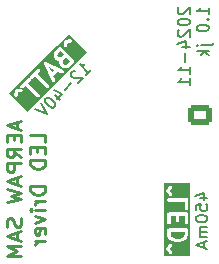
<source format=gbr>
%TF.GenerationSoftware,KiCad,Pcbnew,8.0.6*%
%TF.CreationDate,2024-11-27T15:34:58-05:00*%
%TF.ProjectId,lightboard,6c696768-7462-46f6-9172-642e6b696361,rev?*%
%TF.SameCoordinates,Original*%
%TF.FileFunction,Legend,Bot*%
%TF.FilePolarity,Positive*%
%FSLAX46Y46*%
G04 Gerber Fmt 4.6, Leading zero omitted, Abs format (unit mm)*
G04 Created by KiCad (PCBNEW 8.0.6) date 2024-11-27 15:34:58*
%MOMM*%
%LPD*%
G01*
G04 APERTURE LIST*
G04 Aperture macros list*
%AMRoundRect*
0 Rectangle with rounded corners*
0 $1 Rounding radius*
0 $2 $3 $4 $5 $6 $7 $8 $9 X,Y pos of 4 corners*
0 Add a 4 corners polygon primitive as box body*
4,1,4,$2,$3,$4,$5,$6,$7,$8,$9,$2,$3,0*
0 Add four circle primitives for the rounded corners*
1,1,$1+$1,$2,$3*
1,1,$1+$1,$4,$5*
1,1,$1+$1,$6,$7*
1,1,$1+$1,$8,$9*
0 Add four rect primitives between the rounded corners*
20,1,$1+$1,$2,$3,$4,$5,0*
20,1,$1+$1,$4,$5,$6,$7,0*
20,1,$1+$1,$6,$7,$8,$9,0*
20,1,$1+$1,$8,$9,$2,$3,0*%
%AMHorizOval*
0 Thick line with rounded ends*
0 $1 width*
0 $2 $3 position (X,Y) of the first rounded end (center of the circle)*
0 $4 $5 position (X,Y) of the second rounded end (center of the circle)*
0 Add line between two ends*
20,1,$1,$2,$3,$4,$5,0*
0 Add two circle primitives to create the rounded ends*
1,1,$1,$2,$3*
1,1,$1,$4,$5*%
G04 Aperture macros list end*
%ADD10C,0.300000*%
%ADD11C,0.187500*%
%ADD12C,0.250000*%
%ADD13RoundRect,0.250000X0.106066X-0.954594X0.954594X-0.106066X-0.106066X0.954594X-0.954594X0.106066X0*%
%ADD14HorizOval,1.700000X-0.106066X0.106066X0.106066X-0.106066X0*%
%ADD15C,3.200000*%
%ADD16RoundRect,0.250000X-0.750000X0.600000X-0.750000X-0.600000X0.750000X-0.600000X0.750000X0.600000X0*%
%ADD17O,2.000000X1.700000*%
G04 APERTURE END LIST*
D10*
G36*
X195650828Y-100315882D02*
G01*
X195598294Y-100473484D01*
X195497688Y-100574089D01*
X195391328Y-100627270D01*
X195139507Y-100690225D01*
X194962149Y-100690225D01*
X194710327Y-100627269D01*
X194603968Y-100574090D01*
X194503361Y-100473483D01*
X194450828Y-100315884D01*
X194450828Y-100133082D01*
X195650828Y-100133082D01*
X195650828Y-100315882D01*
G37*
G36*
X196117495Y-102156669D02*
G01*
X193912955Y-102156669D01*
X193912955Y-101546348D01*
X194079622Y-101546348D01*
X194080788Y-101554511D01*
X194079622Y-101562674D01*
X194084894Y-101583253D01*
X194087899Y-101604286D01*
X194092100Y-101611381D01*
X194094147Y-101619370D01*
X194109400Y-101644511D01*
X194323685Y-101930225D01*
X194343549Y-101951907D01*
X194393910Y-101981726D01*
X194451848Y-101990002D01*
X194508544Y-101975478D01*
X194555367Y-101940361D01*
X194585186Y-101889999D01*
X194593462Y-101832062D01*
X194578938Y-101775365D01*
X194563685Y-101750225D01*
X194416899Y-101554511D01*
X194563685Y-101358797D01*
X194578938Y-101333657D01*
X194593462Y-101276960D01*
X194585186Y-101219023D01*
X194555367Y-101168661D01*
X194508544Y-101133544D01*
X194451848Y-101119020D01*
X194393910Y-101127296D01*
X194343549Y-101157115D01*
X194323685Y-101178797D01*
X194109400Y-101464511D01*
X194094147Y-101489652D01*
X194092100Y-101497640D01*
X194087899Y-101504736D01*
X194084894Y-101525768D01*
X194079622Y-101546348D01*
X193912955Y-101546348D01*
X193912955Y-99983082D01*
X194150828Y-99983082D01*
X194150828Y-100340225D01*
X194152286Y-100355036D01*
X194152006Y-100358986D01*
X194153187Y-100364180D01*
X194153710Y-100369489D01*
X194155227Y-100373151D01*
X194158526Y-100387659D01*
X194229954Y-100601945D01*
X194241943Y-100628796D01*
X194245473Y-100632866D01*
X194247536Y-100637846D01*
X194266191Y-100660577D01*
X194409048Y-100803434D01*
X194420550Y-100812874D01*
X194423146Y-100815867D01*
X194427655Y-100818705D01*
X194431778Y-100822089D01*
X194435440Y-100823605D01*
X194448032Y-100831532D01*
X194590888Y-100902961D01*
X194593030Y-100903780D01*
X194593900Y-100904425D01*
X194606171Y-100908809D01*
X194618352Y-100913470D01*
X194619432Y-100913546D01*
X194621591Y-100914318D01*
X194907305Y-100985746D01*
X194912376Y-100986495D01*
X194914421Y-100987343D01*
X194925443Y-100988428D01*
X194936394Y-100990048D01*
X194938581Y-100989722D01*
X194943685Y-100990225D01*
X195157971Y-100990225D01*
X195163074Y-100989722D01*
X195165262Y-100990048D01*
X195176212Y-100988428D01*
X195187235Y-100987343D01*
X195189279Y-100986495D01*
X195194351Y-100985746D01*
X195480065Y-100914318D01*
X195482223Y-100913546D01*
X195483304Y-100913470D01*
X195495478Y-100908811D01*
X195507756Y-100904425D01*
X195508626Y-100903780D01*
X195510767Y-100902961D01*
X195653624Y-100831532D01*
X195666217Y-100823604D01*
X195669877Y-100822089D01*
X195673996Y-100818707D01*
X195678510Y-100815867D01*
X195681106Y-100812873D01*
X195692608Y-100803434D01*
X195835466Y-100660577D01*
X195854121Y-100637847D01*
X195856183Y-100632867D01*
X195859715Y-100628796D01*
X195871703Y-100601945D01*
X195943131Y-100387659D01*
X195946430Y-100373146D01*
X195947946Y-100369489D01*
X195948468Y-100364186D01*
X195949651Y-100358985D01*
X195949369Y-100355030D01*
X195950828Y-100340225D01*
X195950828Y-99983082D01*
X195947946Y-99953818D01*
X195925548Y-99899746D01*
X195884164Y-99858362D01*
X195830092Y-99835964D01*
X195800828Y-99833082D01*
X194300828Y-99833082D01*
X194271564Y-99835964D01*
X194217492Y-99858362D01*
X194176108Y-99899746D01*
X194153710Y-99953818D01*
X194150828Y-99983082D01*
X193912955Y-99983082D01*
X193912955Y-98625939D01*
X194150828Y-98625939D01*
X194150828Y-99340225D01*
X194153710Y-99369489D01*
X194176108Y-99423561D01*
X194217492Y-99464945D01*
X194271564Y-99487343D01*
X194330092Y-99487343D01*
X194384164Y-99464945D01*
X194425548Y-99423561D01*
X194447946Y-99369489D01*
X194450828Y-99340225D01*
X194450828Y-98775939D01*
X194865114Y-98775939D01*
X194865114Y-99125939D01*
X194867996Y-99155203D01*
X194890394Y-99209275D01*
X194931778Y-99250659D01*
X194985850Y-99273057D01*
X195044378Y-99273057D01*
X195098450Y-99250659D01*
X195139834Y-99209275D01*
X195162232Y-99155203D01*
X195165114Y-99125939D01*
X195165114Y-98775939D01*
X195650828Y-98775939D01*
X195650828Y-99340225D01*
X195653710Y-99369489D01*
X195676108Y-99423561D01*
X195717492Y-99464945D01*
X195771564Y-99487343D01*
X195830092Y-99487343D01*
X195884164Y-99464945D01*
X195925548Y-99423561D01*
X195947946Y-99369489D01*
X195950828Y-99340225D01*
X195950828Y-98625939D01*
X195947946Y-98596675D01*
X195925548Y-98542603D01*
X195884164Y-98501219D01*
X195830092Y-98478821D01*
X195800828Y-98475939D01*
X194300828Y-98475939D01*
X194271564Y-98478821D01*
X194217492Y-98501219D01*
X194176108Y-98542603D01*
X194153710Y-98596675D01*
X194150828Y-98625939D01*
X193912955Y-98625939D01*
X193912955Y-97382389D01*
X194153710Y-97382389D01*
X194153710Y-97440917D01*
X194176108Y-97494989D01*
X194217492Y-97536373D01*
X194271564Y-97558771D01*
X194300828Y-97561653D01*
X195650828Y-97561653D01*
X195650828Y-98125939D01*
X195653710Y-98155203D01*
X195676108Y-98209275D01*
X195717492Y-98250659D01*
X195771564Y-98273057D01*
X195830092Y-98273057D01*
X195884164Y-98250659D01*
X195925548Y-98209275D01*
X195947946Y-98155203D01*
X195950828Y-98125939D01*
X195950828Y-97411653D01*
X195947946Y-97382389D01*
X195925548Y-97328317D01*
X195884164Y-97286933D01*
X195830092Y-97264535D01*
X195800828Y-97261653D01*
X194300828Y-97261653D01*
X194271564Y-97264535D01*
X194217492Y-97286933D01*
X194176108Y-97328317D01*
X194153710Y-97382389D01*
X193912955Y-97382389D01*
X193912955Y-96617776D01*
X194079622Y-96617776D01*
X194080788Y-96625939D01*
X194079622Y-96634102D01*
X194084894Y-96654681D01*
X194087899Y-96675714D01*
X194092100Y-96682809D01*
X194094147Y-96690798D01*
X194109400Y-96715939D01*
X194323685Y-97001653D01*
X194343549Y-97023335D01*
X194393910Y-97053154D01*
X194451848Y-97061430D01*
X194508544Y-97046906D01*
X194555367Y-97011789D01*
X194585186Y-96961427D01*
X194593462Y-96903490D01*
X194578938Y-96846793D01*
X194563685Y-96821653D01*
X194416899Y-96625939D01*
X194563685Y-96430225D01*
X194578938Y-96405085D01*
X194593462Y-96348388D01*
X194585186Y-96290451D01*
X194555367Y-96240089D01*
X194508544Y-96204972D01*
X194451848Y-96190448D01*
X194393910Y-96198724D01*
X194343549Y-96228543D01*
X194323685Y-96250225D01*
X194109400Y-96535939D01*
X194094147Y-96561080D01*
X194092100Y-96569068D01*
X194087899Y-96576164D01*
X194084894Y-96597196D01*
X194079622Y-96617776D01*
X193912955Y-96617776D01*
X193912955Y-96023781D01*
X196117495Y-96023781D01*
X196117495Y-102156669D01*
G37*
D11*
X196901202Y-97290021D02*
X197567869Y-97290021D01*
X196520250Y-97051926D02*
X197234535Y-96813831D01*
X197234535Y-96813831D02*
X197234535Y-97432878D01*
X196567869Y-98290021D02*
X196567869Y-97813831D01*
X196567869Y-97813831D02*
X197044059Y-97766212D01*
X197044059Y-97766212D02*
X196996440Y-97813831D01*
X196996440Y-97813831D02*
X196948821Y-97909069D01*
X196948821Y-97909069D02*
X196948821Y-98147164D01*
X196948821Y-98147164D02*
X196996440Y-98242402D01*
X196996440Y-98242402D02*
X197044059Y-98290021D01*
X197044059Y-98290021D02*
X197139297Y-98337640D01*
X197139297Y-98337640D02*
X197377392Y-98337640D01*
X197377392Y-98337640D02*
X197472630Y-98290021D01*
X197472630Y-98290021D02*
X197520250Y-98242402D01*
X197520250Y-98242402D02*
X197567869Y-98147164D01*
X197567869Y-98147164D02*
X197567869Y-97909069D01*
X197567869Y-97909069D02*
X197520250Y-97813831D01*
X197520250Y-97813831D02*
X197472630Y-97766212D01*
X196567869Y-98956688D02*
X196567869Y-99051926D01*
X196567869Y-99051926D02*
X196615488Y-99147164D01*
X196615488Y-99147164D02*
X196663107Y-99194783D01*
X196663107Y-99194783D02*
X196758345Y-99242402D01*
X196758345Y-99242402D02*
X196948821Y-99290021D01*
X196948821Y-99290021D02*
X197186916Y-99290021D01*
X197186916Y-99290021D02*
X197377392Y-99242402D01*
X197377392Y-99242402D02*
X197472630Y-99194783D01*
X197472630Y-99194783D02*
X197520250Y-99147164D01*
X197520250Y-99147164D02*
X197567869Y-99051926D01*
X197567869Y-99051926D02*
X197567869Y-98956688D01*
X197567869Y-98956688D02*
X197520250Y-98861450D01*
X197520250Y-98861450D02*
X197472630Y-98813831D01*
X197472630Y-98813831D02*
X197377392Y-98766212D01*
X197377392Y-98766212D02*
X197186916Y-98718593D01*
X197186916Y-98718593D02*
X196948821Y-98718593D01*
X196948821Y-98718593D02*
X196758345Y-98766212D01*
X196758345Y-98766212D02*
X196663107Y-98813831D01*
X196663107Y-98813831D02*
X196615488Y-98861450D01*
X196615488Y-98861450D02*
X196567869Y-98956688D01*
X197567869Y-99718593D02*
X196901202Y-99718593D01*
X196996440Y-99718593D02*
X196948821Y-99766212D01*
X196948821Y-99766212D02*
X196901202Y-99861450D01*
X196901202Y-99861450D02*
X196901202Y-100004307D01*
X196901202Y-100004307D02*
X196948821Y-100099545D01*
X196948821Y-100099545D02*
X197044059Y-100147164D01*
X197044059Y-100147164D02*
X197567869Y-100147164D01*
X197044059Y-100147164D02*
X196948821Y-100194783D01*
X196948821Y-100194783D02*
X196901202Y-100290021D01*
X196901202Y-100290021D02*
X196901202Y-100432878D01*
X196901202Y-100432878D02*
X196948821Y-100528117D01*
X196948821Y-100528117D02*
X197044059Y-100575736D01*
X197044059Y-100575736D02*
X197567869Y-100575736D01*
X197282154Y-101004307D02*
X197282154Y-101480497D01*
X197567869Y-100909069D02*
X196567869Y-101242402D01*
X196567869Y-101242402D02*
X197567869Y-101575735D01*
X197667869Y-81709978D02*
X197667869Y-81138550D01*
X197667869Y-81424264D02*
X196667869Y-81424264D01*
X196667869Y-81424264D02*
X196810726Y-81329026D01*
X196810726Y-81329026D02*
X196905964Y-81233788D01*
X196905964Y-81233788D02*
X196953583Y-81138550D01*
X197572630Y-82138550D02*
X197620250Y-82186169D01*
X197620250Y-82186169D02*
X197667869Y-82138550D01*
X197667869Y-82138550D02*
X197620250Y-82090931D01*
X197620250Y-82090931D02*
X197572630Y-82138550D01*
X197572630Y-82138550D02*
X197667869Y-82138550D01*
X196667869Y-82805216D02*
X196667869Y-82900454D01*
X196667869Y-82900454D02*
X196715488Y-82995692D01*
X196715488Y-82995692D02*
X196763107Y-83043311D01*
X196763107Y-83043311D02*
X196858345Y-83090930D01*
X196858345Y-83090930D02*
X197048821Y-83138549D01*
X197048821Y-83138549D02*
X197286916Y-83138549D01*
X197286916Y-83138549D02*
X197477392Y-83090930D01*
X197477392Y-83090930D02*
X197572630Y-83043311D01*
X197572630Y-83043311D02*
X197620250Y-82995692D01*
X197620250Y-82995692D02*
X197667869Y-82900454D01*
X197667869Y-82900454D02*
X197667869Y-82805216D01*
X197667869Y-82805216D02*
X197620250Y-82709978D01*
X197620250Y-82709978D02*
X197572630Y-82662359D01*
X197572630Y-82662359D02*
X197477392Y-82614740D01*
X197477392Y-82614740D02*
X197286916Y-82567121D01*
X197286916Y-82567121D02*
X197048821Y-82567121D01*
X197048821Y-82567121D02*
X196858345Y-82614740D01*
X196858345Y-82614740D02*
X196763107Y-82662359D01*
X196763107Y-82662359D02*
X196715488Y-82709978D01*
X196715488Y-82709978D02*
X196667869Y-82805216D01*
X197001202Y-84329026D02*
X197858345Y-84329026D01*
X197858345Y-84329026D02*
X197953583Y-84281407D01*
X197953583Y-84281407D02*
X198001202Y-84186169D01*
X198001202Y-84186169D02*
X198001202Y-84138550D01*
X196667869Y-84329026D02*
X196715488Y-84281407D01*
X196715488Y-84281407D02*
X196763107Y-84329026D01*
X196763107Y-84329026D02*
X196715488Y-84376645D01*
X196715488Y-84376645D02*
X196667869Y-84329026D01*
X196667869Y-84329026D02*
X196763107Y-84329026D01*
X197667869Y-84805216D02*
X196667869Y-84805216D01*
X197286916Y-84900454D02*
X197667869Y-85186168D01*
X197001202Y-85186168D02*
X197382154Y-84805216D01*
X195163107Y-81114740D02*
X195115488Y-81162359D01*
X195115488Y-81162359D02*
X195067869Y-81257597D01*
X195067869Y-81257597D02*
X195067869Y-81495692D01*
X195067869Y-81495692D02*
X195115488Y-81590930D01*
X195115488Y-81590930D02*
X195163107Y-81638549D01*
X195163107Y-81638549D02*
X195258345Y-81686168D01*
X195258345Y-81686168D02*
X195353583Y-81686168D01*
X195353583Y-81686168D02*
X195496440Y-81638549D01*
X195496440Y-81638549D02*
X196067869Y-81067121D01*
X196067869Y-81067121D02*
X196067869Y-81686168D01*
X195067869Y-82305216D02*
X195067869Y-82400454D01*
X195067869Y-82400454D02*
X195115488Y-82495692D01*
X195115488Y-82495692D02*
X195163107Y-82543311D01*
X195163107Y-82543311D02*
X195258345Y-82590930D01*
X195258345Y-82590930D02*
X195448821Y-82638549D01*
X195448821Y-82638549D02*
X195686916Y-82638549D01*
X195686916Y-82638549D02*
X195877392Y-82590930D01*
X195877392Y-82590930D02*
X195972630Y-82543311D01*
X195972630Y-82543311D02*
X196020250Y-82495692D01*
X196020250Y-82495692D02*
X196067869Y-82400454D01*
X196067869Y-82400454D02*
X196067869Y-82305216D01*
X196067869Y-82305216D02*
X196020250Y-82209978D01*
X196020250Y-82209978D02*
X195972630Y-82162359D01*
X195972630Y-82162359D02*
X195877392Y-82114740D01*
X195877392Y-82114740D02*
X195686916Y-82067121D01*
X195686916Y-82067121D02*
X195448821Y-82067121D01*
X195448821Y-82067121D02*
X195258345Y-82114740D01*
X195258345Y-82114740D02*
X195163107Y-82162359D01*
X195163107Y-82162359D02*
X195115488Y-82209978D01*
X195115488Y-82209978D02*
X195067869Y-82305216D01*
X195163107Y-83019502D02*
X195115488Y-83067121D01*
X195115488Y-83067121D02*
X195067869Y-83162359D01*
X195067869Y-83162359D02*
X195067869Y-83400454D01*
X195067869Y-83400454D02*
X195115488Y-83495692D01*
X195115488Y-83495692D02*
X195163107Y-83543311D01*
X195163107Y-83543311D02*
X195258345Y-83590930D01*
X195258345Y-83590930D02*
X195353583Y-83590930D01*
X195353583Y-83590930D02*
X195496440Y-83543311D01*
X195496440Y-83543311D02*
X196067869Y-82971883D01*
X196067869Y-82971883D02*
X196067869Y-83590930D01*
X195401202Y-84448073D02*
X196067869Y-84448073D01*
X195020250Y-84209978D02*
X195734535Y-83971883D01*
X195734535Y-83971883D02*
X195734535Y-84590930D01*
X195686916Y-84971883D02*
X195686916Y-85733788D01*
X196067869Y-86733787D02*
X196067869Y-86162359D01*
X196067869Y-86448073D02*
X195067869Y-86448073D01*
X195067869Y-86448073D02*
X195210726Y-86352835D01*
X195210726Y-86352835D02*
X195305964Y-86257597D01*
X195305964Y-86257597D02*
X195353583Y-86162359D01*
X196067869Y-87686168D02*
X196067869Y-87114740D01*
X196067869Y-87400454D02*
X195067869Y-87400454D01*
X195067869Y-87400454D02*
X195210726Y-87305216D01*
X195210726Y-87305216D02*
X195305964Y-87209978D01*
X195305964Y-87209978D02*
X195353583Y-87114740D01*
D12*
X181464450Y-90815476D02*
X181464450Y-91410714D01*
X181821593Y-90696428D02*
X180571593Y-91113095D01*
X180571593Y-91113095D02*
X181821593Y-91529761D01*
X181166831Y-91946429D02*
X181166831Y-92363095D01*
X181821593Y-92541667D02*
X181821593Y-91946429D01*
X181821593Y-91946429D02*
X180571593Y-91946429D01*
X180571593Y-91946429D02*
X180571593Y-92541667D01*
X181821593Y-93791666D02*
X181226355Y-93375000D01*
X181821593Y-93077381D02*
X180571593Y-93077381D01*
X180571593Y-93077381D02*
X180571593Y-93553571D01*
X180571593Y-93553571D02*
X180631117Y-93672619D01*
X180631117Y-93672619D02*
X180690641Y-93732142D01*
X180690641Y-93732142D02*
X180809689Y-93791666D01*
X180809689Y-93791666D02*
X180988260Y-93791666D01*
X180988260Y-93791666D02*
X181107308Y-93732142D01*
X181107308Y-93732142D02*
X181166831Y-93672619D01*
X181166831Y-93672619D02*
X181226355Y-93553571D01*
X181226355Y-93553571D02*
X181226355Y-93077381D01*
X181821593Y-94327381D02*
X180571593Y-94327381D01*
X180571593Y-94327381D02*
X180571593Y-94803571D01*
X180571593Y-94803571D02*
X180631117Y-94922619D01*
X180631117Y-94922619D02*
X180690641Y-94982142D01*
X180690641Y-94982142D02*
X180809689Y-95041666D01*
X180809689Y-95041666D02*
X180988260Y-95041666D01*
X180988260Y-95041666D02*
X181107308Y-94982142D01*
X181107308Y-94982142D02*
X181166831Y-94922619D01*
X181166831Y-94922619D02*
X181226355Y-94803571D01*
X181226355Y-94803571D02*
X181226355Y-94327381D01*
X181464450Y-95517857D02*
X181464450Y-96113095D01*
X181821593Y-95398809D02*
X180571593Y-95815476D01*
X180571593Y-95815476D02*
X181821593Y-96232142D01*
X180571593Y-96529762D02*
X181821593Y-96827381D01*
X181821593Y-96827381D02*
X180928736Y-97065476D01*
X180928736Y-97065476D02*
X181821593Y-97303571D01*
X181821593Y-97303571D02*
X180571593Y-97601191D01*
X181762070Y-98970238D02*
X181821593Y-99148809D01*
X181821593Y-99148809D02*
X181821593Y-99446428D01*
X181821593Y-99446428D02*
X181762070Y-99565476D01*
X181762070Y-99565476D02*
X181702546Y-99625000D01*
X181702546Y-99625000D02*
X181583498Y-99684523D01*
X181583498Y-99684523D02*
X181464450Y-99684523D01*
X181464450Y-99684523D02*
X181345403Y-99625000D01*
X181345403Y-99625000D02*
X181285879Y-99565476D01*
X181285879Y-99565476D02*
X181226355Y-99446428D01*
X181226355Y-99446428D02*
X181166831Y-99208333D01*
X181166831Y-99208333D02*
X181107308Y-99089285D01*
X181107308Y-99089285D02*
X181047784Y-99029762D01*
X181047784Y-99029762D02*
X180928736Y-98970238D01*
X180928736Y-98970238D02*
X180809689Y-98970238D01*
X180809689Y-98970238D02*
X180690641Y-99029762D01*
X180690641Y-99029762D02*
X180631117Y-99089285D01*
X180631117Y-99089285D02*
X180571593Y-99208333D01*
X180571593Y-99208333D02*
X180571593Y-99505952D01*
X180571593Y-99505952D02*
X180631117Y-99684523D01*
X181464450Y-100160714D02*
X181464450Y-100755952D01*
X181821593Y-100041666D02*
X180571593Y-100458333D01*
X180571593Y-100458333D02*
X181821593Y-100874999D01*
X181821593Y-101291667D02*
X180571593Y-101291667D01*
X180571593Y-101291667D02*
X181464450Y-101708333D01*
X181464450Y-101708333D02*
X180571593Y-102125000D01*
X180571593Y-102125000D02*
X181821593Y-102125000D01*
X183834023Y-92511904D02*
X183834023Y-91916666D01*
X183834023Y-91916666D02*
X182584023Y-91916666D01*
X183179261Y-92928571D02*
X183179261Y-93345237D01*
X183834023Y-93523809D02*
X183834023Y-92928571D01*
X183834023Y-92928571D02*
X182584023Y-92928571D01*
X182584023Y-92928571D02*
X182584023Y-93523809D01*
X183834023Y-94059523D02*
X182584023Y-94059523D01*
X182584023Y-94059523D02*
X182584023Y-94357142D01*
X182584023Y-94357142D02*
X182643547Y-94535713D01*
X182643547Y-94535713D02*
X182762595Y-94654761D01*
X182762595Y-94654761D02*
X182881642Y-94714284D01*
X182881642Y-94714284D02*
X183119738Y-94773808D01*
X183119738Y-94773808D02*
X183298309Y-94773808D01*
X183298309Y-94773808D02*
X183536404Y-94714284D01*
X183536404Y-94714284D02*
X183655452Y-94654761D01*
X183655452Y-94654761D02*
X183774500Y-94535713D01*
X183774500Y-94535713D02*
X183834023Y-94357142D01*
X183834023Y-94357142D02*
X183834023Y-94059523D01*
X183834023Y-96261904D02*
X182584023Y-96261904D01*
X182584023Y-96261904D02*
X182584023Y-96559523D01*
X182584023Y-96559523D02*
X182643547Y-96738094D01*
X182643547Y-96738094D02*
X182762595Y-96857142D01*
X182762595Y-96857142D02*
X182881642Y-96916665D01*
X182881642Y-96916665D02*
X183119738Y-96976189D01*
X183119738Y-96976189D02*
X183298309Y-96976189D01*
X183298309Y-96976189D02*
X183536404Y-96916665D01*
X183536404Y-96916665D02*
X183655452Y-96857142D01*
X183655452Y-96857142D02*
X183774500Y-96738094D01*
X183774500Y-96738094D02*
X183834023Y-96559523D01*
X183834023Y-96559523D02*
X183834023Y-96261904D01*
X183834023Y-97511904D02*
X183000690Y-97511904D01*
X183238785Y-97511904D02*
X183119738Y-97571427D01*
X183119738Y-97571427D02*
X183060214Y-97630951D01*
X183060214Y-97630951D02*
X183000690Y-97749999D01*
X183000690Y-97749999D02*
X183000690Y-97869046D01*
X183834023Y-98285714D02*
X183000690Y-98285714D01*
X182584023Y-98285714D02*
X182643547Y-98226190D01*
X182643547Y-98226190D02*
X182703071Y-98285714D01*
X182703071Y-98285714D02*
X182643547Y-98345237D01*
X182643547Y-98345237D02*
X182584023Y-98285714D01*
X182584023Y-98285714D02*
X182703071Y-98285714D01*
X183000690Y-98761904D02*
X183834023Y-99059523D01*
X183834023Y-99059523D02*
X183000690Y-99357142D01*
X183774500Y-100309523D02*
X183834023Y-100190475D01*
X183834023Y-100190475D02*
X183834023Y-99952380D01*
X183834023Y-99952380D02*
X183774500Y-99833333D01*
X183774500Y-99833333D02*
X183655452Y-99773809D01*
X183655452Y-99773809D02*
X183179261Y-99773809D01*
X183179261Y-99773809D02*
X183060214Y-99833333D01*
X183060214Y-99833333D02*
X183000690Y-99952380D01*
X183000690Y-99952380D02*
X183000690Y-100190475D01*
X183000690Y-100190475D02*
X183060214Y-100309523D01*
X183060214Y-100309523D02*
X183179261Y-100369047D01*
X183179261Y-100369047D02*
X183298309Y-100369047D01*
X183298309Y-100369047D02*
X183417357Y-99773809D01*
X183834023Y-100904762D02*
X183000690Y-100904762D01*
X183238785Y-100904762D02*
X183119738Y-100964285D01*
X183119738Y-100964285D02*
X183060214Y-101023809D01*
X183060214Y-101023809D02*
X183000690Y-101142857D01*
X183000690Y-101142857D02*
X183000690Y-101261904D01*
D10*
G36*
X184594551Y-86405553D02*
G01*
X184383791Y-86616312D01*
X184173033Y-86194794D01*
X184594551Y-86405553D01*
G37*
G36*
X185948842Y-85657354D02*
G01*
X185675885Y-85930310D01*
X185581050Y-85961923D01*
X185528718Y-85961923D01*
X185433879Y-85930310D01*
X185332433Y-85828864D01*
X185300821Y-85734028D01*
X185300821Y-85692765D01*
X185375114Y-85544178D01*
X185605390Y-85313902D01*
X185948842Y-85657354D01*
G37*
G36*
X185393258Y-85101770D02*
G01*
X185170810Y-85324218D01*
X185075971Y-85355831D01*
X185023642Y-85355831D01*
X184928802Y-85324218D01*
X184877865Y-85273281D01*
X184846253Y-85178442D01*
X184846253Y-85126112D01*
X184877865Y-85031273D01*
X185100313Y-84808825D01*
X185393258Y-85101770D01*
G37*
G36*
X187366266Y-84899897D02*
G01*
X182322552Y-89943611D01*
X180923393Y-88544452D01*
X181212972Y-88544452D01*
X181227498Y-88601149D01*
X181262614Y-88647969D01*
X181312975Y-88677789D01*
X181370914Y-88686066D01*
X181427611Y-88671540D01*
X181474431Y-88636424D01*
X181504251Y-88586063D01*
X181511242Y-88557501D01*
X181545839Y-88315317D01*
X181788025Y-88280719D01*
X181816587Y-88273728D01*
X181866948Y-88243908D01*
X181902064Y-88197087D01*
X181916589Y-88140391D01*
X181908312Y-88082451D01*
X181878492Y-88032090D01*
X181831672Y-87996975D01*
X181774976Y-87982449D01*
X181745598Y-87983735D01*
X181392044Y-88034243D01*
X181363481Y-88041234D01*
X181356383Y-88045436D01*
X181348396Y-88047483D01*
X181331402Y-88060228D01*
X181313120Y-88071054D01*
X181308171Y-88077652D01*
X181301576Y-88082599D01*
X181290752Y-88100877D01*
X181278005Y-88117875D01*
X181275958Y-88125862D01*
X181271756Y-88132960D01*
X181264764Y-88161522D01*
X181214258Y-88515075D01*
X181212972Y-88544452D01*
X180923393Y-88544452D01*
X180763706Y-88384765D01*
X181348552Y-87799919D01*
X181720708Y-87799919D01*
X181720708Y-87858445D01*
X181743105Y-87912517D01*
X181784491Y-87953903D01*
X181838563Y-87976300D01*
X181897089Y-87976300D01*
X181951161Y-87953903D01*
X181973892Y-87935248D01*
X182170872Y-87738268D01*
X183125466Y-88692862D01*
X183148197Y-88711517D01*
X183202269Y-88733914D01*
X183260795Y-88733914D01*
X183314868Y-88711517D01*
X183356253Y-88670132D01*
X183378650Y-88616059D01*
X183378650Y-88557533D01*
X183356253Y-88503461D01*
X183337598Y-88480730D01*
X182383004Y-87526136D01*
X182579984Y-87329156D01*
X182598639Y-87306425D01*
X182621036Y-87252353D01*
X182621036Y-87193827D01*
X182602900Y-87150042D01*
X182646685Y-87168178D01*
X182705211Y-87168178D01*
X182759283Y-87145781D01*
X182782014Y-87127126D01*
X182978993Y-86930145D01*
X183933588Y-87884740D01*
X183956319Y-87903395D01*
X184010391Y-87925792D01*
X184068917Y-87925792D01*
X184122990Y-87903395D01*
X184164375Y-87862010D01*
X184186772Y-87807937D01*
X184186772Y-87749411D01*
X184164375Y-87695339D01*
X184145720Y-87672608D01*
X183191125Y-86718013D01*
X183388105Y-86521034D01*
X183406760Y-86498303D01*
X183429157Y-86444231D01*
X183429157Y-86385705D01*
X183406760Y-86331632D01*
X183365374Y-86290247D01*
X183311302Y-86267850D01*
X183252776Y-86267850D01*
X183198704Y-86290247D01*
X183175973Y-86308902D01*
X182569882Y-86914994D01*
X182551227Y-86937725D01*
X182528830Y-86991797D01*
X182528830Y-87050323D01*
X182546965Y-87094107D01*
X182503181Y-87075972D01*
X182444655Y-87075972D01*
X182390583Y-87098369D01*
X182367852Y-87117024D01*
X181761760Y-87723116D01*
X181743105Y-87745847D01*
X181720708Y-87799919D01*
X181348552Y-87799919D01*
X183307847Y-85840624D01*
X183688801Y-85840624D01*
X183690134Y-85859385D01*
X183688801Y-85878147D01*
X183692189Y-85888311D01*
X183692949Y-85899004D01*
X183703459Y-85926467D01*
X184410566Y-87340680D01*
X184426231Y-87365565D01*
X184470446Y-87403912D01*
X184525968Y-87422420D01*
X184584349Y-87418271D01*
X184636698Y-87392097D01*
X184675044Y-87347882D01*
X184693552Y-87292359D01*
X184689403Y-87233979D01*
X184678894Y-87206516D01*
X184525213Y-86899154D01*
X184877394Y-86546974D01*
X185184755Y-86700655D01*
X185212219Y-86711165D01*
X185270599Y-86715313D01*
X185326121Y-86696805D01*
X185370336Y-86658459D01*
X185396511Y-86606110D01*
X185400659Y-86547729D01*
X185382152Y-86492207D01*
X185343805Y-86447992D01*
X185318919Y-86432327D01*
X183904705Y-85725221D01*
X183877242Y-85714711D01*
X183866548Y-85713951D01*
X183856384Y-85710563D01*
X183837622Y-85711896D01*
X183818861Y-85710563D01*
X183808696Y-85713951D01*
X183798004Y-85714711D01*
X183781176Y-85723125D01*
X183763339Y-85729071D01*
X183755244Y-85736091D01*
X183745655Y-85740886D01*
X183733332Y-85755094D01*
X183719124Y-85767417D01*
X183714329Y-85777006D01*
X183707309Y-85785101D01*
X183701363Y-85802937D01*
X183692949Y-85819766D01*
X183692189Y-85830459D01*
X183688801Y-85840624D01*
X183307847Y-85840624D01*
X184046701Y-85101770D01*
X184546253Y-85101770D01*
X184546253Y-85202785D01*
X184547711Y-85217590D01*
X184547430Y-85221545D01*
X184548612Y-85226746D01*
X184549135Y-85232049D01*
X184550650Y-85235706D01*
X184553950Y-85250219D01*
X184604457Y-85401742D01*
X184616445Y-85428592D01*
X184619976Y-85432663D01*
X184622039Y-85437643D01*
X184640694Y-85460374D01*
X184741710Y-85561390D01*
X184764440Y-85580045D01*
X184769419Y-85582107D01*
X184773491Y-85585639D01*
X184800342Y-85597627D01*
X184951865Y-85648134D01*
X184966377Y-85651433D01*
X184970035Y-85652949D01*
X184975337Y-85653471D01*
X184980539Y-85654654D01*
X184984493Y-85654372D01*
X184999299Y-85655831D01*
X185000971Y-85655831D01*
X185000821Y-85657354D01*
X185000821Y-85758369D01*
X185002279Y-85773180D01*
X185001999Y-85777130D01*
X185003180Y-85782324D01*
X185003703Y-85787633D01*
X185005220Y-85791295D01*
X185008519Y-85805803D01*
X185059026Y-85957326D01*
X185071015Y-85984177D01*
X185074545Y-85988247D01*
X185076608Y-85993227D01*
X185095263Y-86015958D01*
X185246786Y-86167481D01*
X185269517Y-86186136D01*
X185274496Y-86188198D01*
X185278567Y-86191729D01*
X185305418Y-86203717D01*
X185456940Y-86254225D01*
X185471449Y-86257524D01*
X185475111Y-86259041D01*
X185480419Y-86259563D01*
X185485614Y-86260745D01*
X185489563Y-86260464D01*
X185504375Y-86261923D01*
X185605390Y-86261923D01*
X185620201Y-86260464D01*
X185624151Y-86260745D01*
X185629345Y-86259563D01*
X185634654Y-86259041D01*
X185638316Y-86257523D01*
X185652824Y-86254225D01*
X185804347Y-86203718D01*
X185831198Y-86191729D01*
X185835268Y-86188198D01*
X185840248Y-86186136D01*
X185862979Y-86167481D01*
X186267040Y-85763420D01*
X186285690Y-85740694D01*
X186285695Y-85740690D01*
X186308092Y-85686617D01*
X186308092Y-85628091D01*
X186306534Y-85624330D01*
X186285695Y-85574018D01*
X186285690Y-85574013D01*
X186267040Y-85551288D01*
X185206380Y-84490628D01*
X185183649Y-84471973D01*
X185129577Y-84449576D01*
X185071051Y-84449576D01*
X185016979Y-84471973D01*
X184994248Y-84490628D01*
X184640694Y-84844181D01*
X184622039Y-84866911D01*
X184619975Y-84871891D01*
X184616445Y-84875963D01*
X184604457Y-84902813D01*
X184553950Y-85054336D01*
X184550650Y-85068848D01*
X184549135Y-85072506D01*
X184548612Y-85077808D01*
X184547430Y-85083010D01*
X184547711Y-85086964D01*
X184546253Y-85101770D01*
X184046701Y-85101770D01*
X184796150Y-84352321D01*
X185405105Y-84352321D01*
X185419631Y-84409017D01*
X185454747Y-84455837D01*
X185505108Y-84485657D01*
X185563048Y-84493934D01*
X185619744Y-84479408D01*
X185666564Y-84444292D01*
X185696384Y-84393931D01*
X185703375Y-84365369D01*
X185737972Y-84123184D01*
X185980157Y-84088588D01*
X186008719Y-84081596D01*
X186059080Y-84051776D01*
X186094195Y-84004956D01*
X186108722Y-83948260D01*
X186100445Y-83890320D01*
X186070625Y-83839959D01*
X186023804Y-83804843D01*
X185967108Y-83790317D01*
X185937731Y-83791603D01*
X185584177Y-83842110D01*
X185555615Y-83849101D01*
X185548515Y-83853304D01*
X185540529Y-83855351D01*
X185523535Y-83868095D01*
X185505254Y-83878921D01*
X185500305Y-83885518D01*
X185493709Y-83890466D01*
X185482886Y-83908743D01*
X185470138Y-83925741D01*
X185468091Y-83933730D01*
X185463889Y-83940827D01*
X185456897Y-83969389D01*
X185406391Y-84322943D01*
X185405105Y-84352321D01*
X184796150Y-84352321D01*
X185807420Y-83341051D01*
X187366266Y-84899897D01*
G37*
D11*
X187280596Y-86832542D02*
X187684657Y-86428481D01*
X187482626Y-86630511D02*
X186775519Y-85923405D01*
X186775519Y-85923405D02*
X186943878Y-85957076D01*
X186943878Y-85957076D02*
X187078565Y-85957076D01*
X187078565Y-85957076D02*
X187179580Y-85923405D01*
X186371458Y-86462153D02*
X186304115Y-86462153D01*
X186304115Y-86462153D02*
X186203100Y-86495825D01*
X186203100Y-86495825D02*
X186034741Y-86664183D01*
X186034741Y-86664183D02*
X186001069Y-86765199D01*
X186001069Y-86765199D02*
X186001069Y-86832542D01*
X186001069Y-86832542D02*
X186034741Y-86933557D01*
X186034741Y-86933557D02*
X186102084Y-87000901D01*
X186102084Y-87000901D02*
X186236771Y-87068244D01*
X186236771Y-87068244D02*
X187044893Y-87068244D01*
X187044893Y-87068244D02*
X186607161Y-87505977D01*
X186034741Y-87539649D02*
X185495993Y-88078397D01*
X184654199Y-88516129D02*
X185125604Y-88987534D01*
X184553184Y-88078397D02*
X185226619Y-88415114D01*
X185226619Y-88415114D02*
X184788886Y-88852847D01*
X183913421Y-88785504D02*
X183846077Y-88852847D01*
X183846077Y-88852847D02*
X183812405Y-88953862D01*
X183812405Y-88953862D02*
X183812405Y-89021206D01*
X183812405Y-89021206D02*
X183846077Y-89122221D01*
X183846077Y-89122221D02*
X183947092Y-89290580D01*
X183947092Y-89290580D02*
X184115451Y-89458939D01*
X184115451Y-89458939D02*
X184283810Y-89559954D01*
X184283810Y-89559954D02*
X184384825Y-89593626D01*
X184384825Y-89593626D02*
X184452169Y-89593626D01*
X184452169Y-89593626D02*
X184553184Y-89559954D01*
X184553184Y-89559954D02*
X184620527Y-89492610D01*
X184620527Y-89492610D02*
X184654199Y-89391595D01*
X184654199Y-89391595D02*
X184654199Y-89324252D01*
X184654199Y-89324252D02*
X184620527Y-89223236D01*
X184620527Y-89223236D02*
X184519512Y-89054878D01*
X184519512Y-89054878D02*
X184351153Y-88886519D01*
X184351153Y-88886519D02*
X184182795Y-88785504D01*
X184182795Y-88785504D02*
X184081779Y-88751832D01*
X184081779Y-88751832D02*
X184014436Y-88751832D01*
X184014436Y-88751832D02*
X183913421Y-88785504D01*
X183475688Y-89223236D02*
X183947092Y-90166045D01*
X183947092Y-90166045D02*
X183004283Y-89694641D01*
%LPC*%
D13*
%TO.C,J2*%
X181454594Y-85722361D03*
D14*
X183222361Y-83954594D03*
%TD*%
D15*
%TO.C,H3*%
X191590000Y-83610000D03*
%TD*%
%TO.C,H2*%
X177380000Y-91820000D03*
%TD*%
%TO.C,H1*%
X191570000Y-100010000D03*
%TD*%
D16*
%TO.C,J1*%
X196967500Y-90250000D03*
D17*
X196967500Y-92750000D03*
%TD*%
%LPD*%
M02*

</source>
